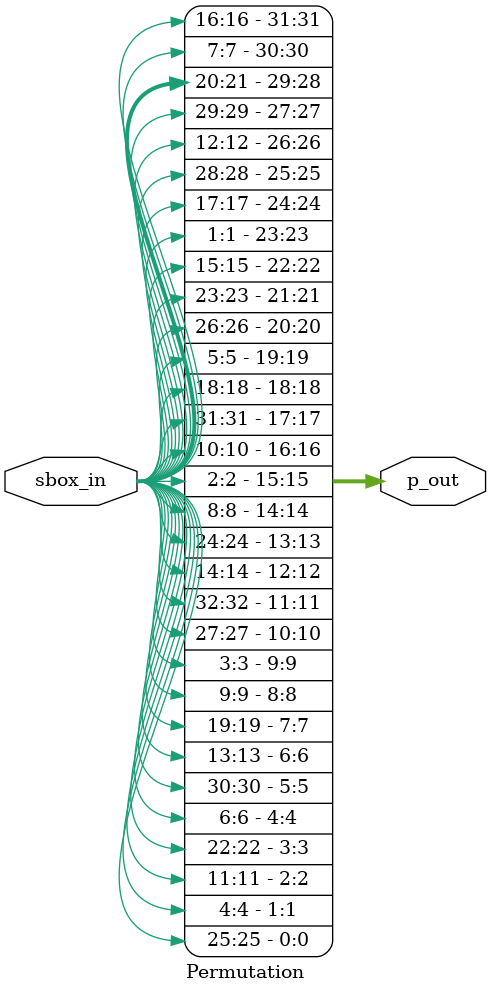
<source format=v>
`timescale 1ns / 1ps
module Permutation(
    input [1:32] sbox_in,
    output [1:32] p_out
    );
    
assign p_out[1]  = sbox_in[16];
assign p_out[2]  = sbox_in[7];
assign p_out[3]  = sbox_in[20];
assign p_out[4]  = sbox_in[21];
assign p_out[5]  = sbox_in[29];
assign p_out[6]  = sbox_in[12];
assign p_out[7]  = sbox_in[28];
assign p_out[8]  = sbox_in[17];
assign p_out[9]  = sbox_in[1];
assign p_out[10] = sbox_in[15];
assign p_out[11] = sbox_in[23];
assign p_out[12] = sbox_in[26];
assign p_out[13] = sbox_in[5];
assign p_out[14] = sbox_in[18];
assign p_out[15] = sbox_in[31];
assign p_out[16] = sbox_in[10];
assign p_out[17] = sbox_in[2];
assign p_out[18] = sbox_in[8];
assign p_out[19] = sbox_in[24];
assign p_out[20] = sbox_in[14];
assign p_out[21] = sbox_in[32];
assign p_out[22] = sbox_in[27];
assign p_out[23] = sbox_in[3];
assign p_out[24] = sbox_in[9];
assign p_out[25] = sbox_in[19];
assign p_out[26] = sbox_in[13];
assign p_out[27] = sbox_in[30];
assign p_out[28] = sbox_in[6];
assign p_out[29] = sbox_in[22];
assign p_out[30] = sbox_in[11];
assign p_out[31] = sbox_in[4];
assign p_out[32] = sbox_in[25];
endmodule

</source>
